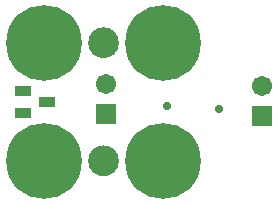
<source format=gbs>
G04*
G04 #@! TF.GenerationSoftware,Altium Limited,Altium Designer,21.7.2 (23)*
G04*
G04 Layer_Color=16711935*
%FSLAX25Y25*%
%MOIN*%
G70*
G04*
G04 #@! TF.SameCoordinates,CD49883A-D9D7-4F0A-866F-15B73C44CB22*
G04*
G04*
G04 #@! TF.FilePolarity,Negative*
G04*
G01*
G75*
%ADD20C,0.06706*%
%ADD21R,0.06706X0.06706*%
%ADD22C,0.02769*%
%ADD23C,0.25210*%
%ADD30C,0.00394*%
%ADD31R,0.05721X0.03556*%
G36*
X355160Y286084D02*
Y285595D01*
X355351Y284637D01*
X355725Y283734D01*
X356268Y282922D01*
X356959Y282231D01*
X357771Y281688D01*
X358674Y281314D01*
X359632Y281123D01*
X360121D01*
X360610D01*
X361568Y281314D01*
X362471Y281688D01*
X363283Y282231D01*
X363974Y282922D01*
X364517Y283734D01*
X364891Y284637D01*
X365082Y285595D01*
Y286084D01*
Y286573D01*
X364891Y287531D01*
X364517Y288434D01*
X363974Y289246D01*
X363283Y289937D01*
X362471Y290480D01*
X361568Y290854D01*
X360610Y291045D01*
X360121D01*
X359632D01*
X358674Y290854D01*
X357771Y290480D01*
X356959Y289937D01*
X356268Y289246D01*
X355725Y288434D01*
X355351Y287531D01*
X355160Y286573D01*
Y286084D01*
D01*
D02*
G37*
G36*
Y325454D02*
Y324966D01*
X355351Y324007D01*
X355725Y323104D01*
X356268Y322292D01*
X356959Y321601D01*
X357771Y321058D01*
X358674Y320684D01*
X359632Y320494D01*
X360121D01*
X360610D01*
X361568Y320684D01*
X362471Y321058D01*
X363283Y321601D01*
X363974Y322292D01*
X364517Y323104D01*
X364891Y324007D01*
X365082Y324966D01*
Y325454D01*
Y325943D01*
X364891Y326901D01*
X364517Y327804D01*
X363974Y328616D01*
X363283Y329307D01*
X362471Y329850D01*
X361568Y330224D01*
X360610Y330415D01*
X360121D01*
X359632D01*
X358674Y330224D01*
X357771Y329850D01*
X356959Y329307D01*
X356268Y328616D01*
X355725Y327804D01*
X355351Y326901D01*
X355160Y325943D01*
Y325454D01*
D01*
D02*
G37*
D20*
X413100Y311100D02*
D03*
X361000Y311600D02*
D03*
D21*
X413100Y301100D02*
D03*
X361000Y301600D02*
D03*
D22*
X398700Y303300D02*
D03*
X381200Y304400D02*
D03*
D23*
X379805Y285915D02*
D03*
X340436Y286084D02*
D03*
Y325454D02*
D03*
X379806D02*
D03*
D30*
X365082D02*
G03*
X365082Y325454I-4961J0D01*
G01*
Y286084D02*
G03*
X365082Y286084I-4961J0D01*
G01*
D31*
X341237Y305700D02*
D03*
X333363Y309440D02*
D03*
Y301960D02*
D03*
M02*

</source>
